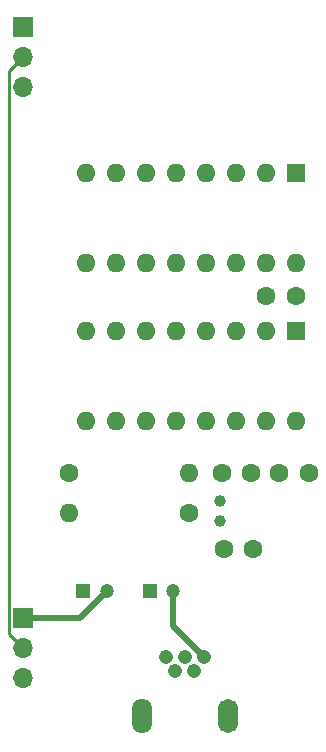
<source format=gbl>
G04 #@! TF.GenerationSoftware,KiCad,Pcbnew,6.0.1-79c1e3a40b~116~ubuntu21.04.1*
G04 #@! TF.CreationDate,2022-02-15T17:09:17-05:00*
G04 #@! TF.ProjectId,signal_generator,7369676e-616c-45f6-9765-6e657261746f,rev?*
G04 #@! TF.SameCoordinates,Original*
G04 #@! TF.FileFunction,Copper,L2,Bot*
G04 #@! TF.FilePolarity,Positive*
%FSLAX46Y46*%
G04 Gerber Fmt 4.6, Leading zero omitted, Abs format (unit mm)*
G04 Created by KiCad (PCBNEW 6.0.1-79c1e3a40b~116~ubuntu21.04.1) date 2022-02-15 17:09:17*
%MOMM*%
%LPD*%
G01*
G04 APERTURE LIST*
G04 #@! TA.AperFunction,ComponentPad*
%ADD10C,1.600000*%
G04 #@! TD*
G04 #@! TA.AperFunction,ComponentPad*
%ADD11R,1.700000X1.700000*%
G04 #@! TD*
G04 #@! TA.AperFunction,ComponentPad*
%ADD12O,1.700000X1.700000*%
G04 #@! TD*
G04 #@! TA.AperFunction,ComponentPad*
%ADD13C,1.208000*%
G04 #@! TD*
G04 #@! TA.AperFunction,ComponentPad*
%ADD14O,1.700000X2.900000*%
G04 #@! TD*
G04 #@! TA.AperFunction,ComponentPad*
%ADD15O,1.700000X2.980000*%
G04 #@! TD*
G04 #@! TA.AperFunction,ComponentPad*
%ADD16O,1.600000X1.600000*%
G04 #@! TD*
G04 #@! TA.AperFunction,ComponentPad*
%ADD17R,1.600000X1.600000*%
G04 #@! TD*
G04 #@! TA.AperFunction,ComponentPad*
%ADD18C,1.000000*%
G04 #@! TD*
G04 #@! TA.AperFunction,ComponentPad*
%ADD19R,1.200000X1.200000*%
G04 #@! TD*
G04 #@! TA.AperFunction,ComponentPad*
%ADD20C,1.200000*%
G04 #@! TD*
G04 #@! TA.AperFunction,Conductor*
%ADD21C,0.500000*%
G04 #@! TD*
G04 #@! TA.AperFunction,Conductor*
%ADD22C,0.250000*%
G04 #@! TD*
G04 APERTURE END LIST*
D10*
X104300000Y-110200000D03*
X106800000Y-110200000D03*
X104500000Y-116600000D03*
X107000000Y-116600000D03*
X111700000Y-110200000D03*
X109200000Y-110200000D03*
X108100000Y-95200000D03*
X110600000Y-95200000D03*
D11*
X87500000Y-72460000D03*
D12*
X87500000Y-75000000D03*
X87500000Y-77540000D03*
D11*
X87500000Y-122460000D03*
D12*
X87500000Y-125000000D03*
X87500000Y-127540000D03*
D13*
X99600000Y-125750000D03*
X100400000Y-126950000D03*
X101200000Y-125750000D03*
X102000000Y-126950000D03*
X102800000Y-125750000D03*
D14*
X104850000Y-130800000D03*
D15*
X97550000Y-130800000D03*
D10*
X91400000Y-110200000D03*
D16*
X101560000Y-110200000D03*
D10*
X101560000Y-113600000D03*
D16*
X91400000Y-113600000D03*
D17*
X110630000Y-98130000D03*
D16*
X108090000Y-98130000D03*
X105550000Y-98130000D03*
X103010000Y-98130000D03*
X100470000Y-98130000D03*
X97930000Y-98130000D03*
X95390000Y-98130000D03*
X92850000Y-98130000D03*
X92850000Y-105750000D03*
X95390000Y-105750000D03*
X97930000Y-105750000D03*
X100470000Y-105750000D03*
X103010000Y-105750000D03*
X105550000Y-105750000D03*
X108090000Y-105750000D03*
X110630000Y-105750000D03*
D17*
X110600000Y-84800000D03*
D16*
X108060000Y-84800000D03*
X105520000Y-84800000D03*
X102980000Y-84800000D03*
X100440000Y-84800000D03*
X97900000Y-84800000D03*
X95360000Y-84800000D03*
X92820000Y-84800000D03*
X92820000Y-92420000D03*
X95360000Y-92420000D03*
X97900000Y-92420000D03*
X100440000Y-92420000D03*
X102980000Y-92420000D03*
X105520000Y-92420000D03*
X108060000Y-92420000D03*
X110600000Y-92420000D03*
D18*
X104200000Y-114250000D03*
X104200000Y-112550000D03*
D19*
X92600000Y-120200000D03*
D20*
X94600000Y-120200000D03*
D19*
X98200000Y-120200000D03*
D20*
X100200000Y-120200000D03*
D21*
X92340000Y-122460000D02*
X94600000Y-120200000D01*
X87500000Y-122460000D02*
X92340000Y-122460000D01*
X100200000Y-120200000D02*
X100200000Y-123150000D01*
X100200000Y-123150000D02*
X102800000Y-125750000D01*
D22*
X87500000Y-75000000D02*
X86324999Y-76175001D01*
X86324999Y-123824999D02*
X87500000Y-125000000D01*
X86324999Y-76175001D02*
X86324999Y-123824999D01*
M02*

</source>
